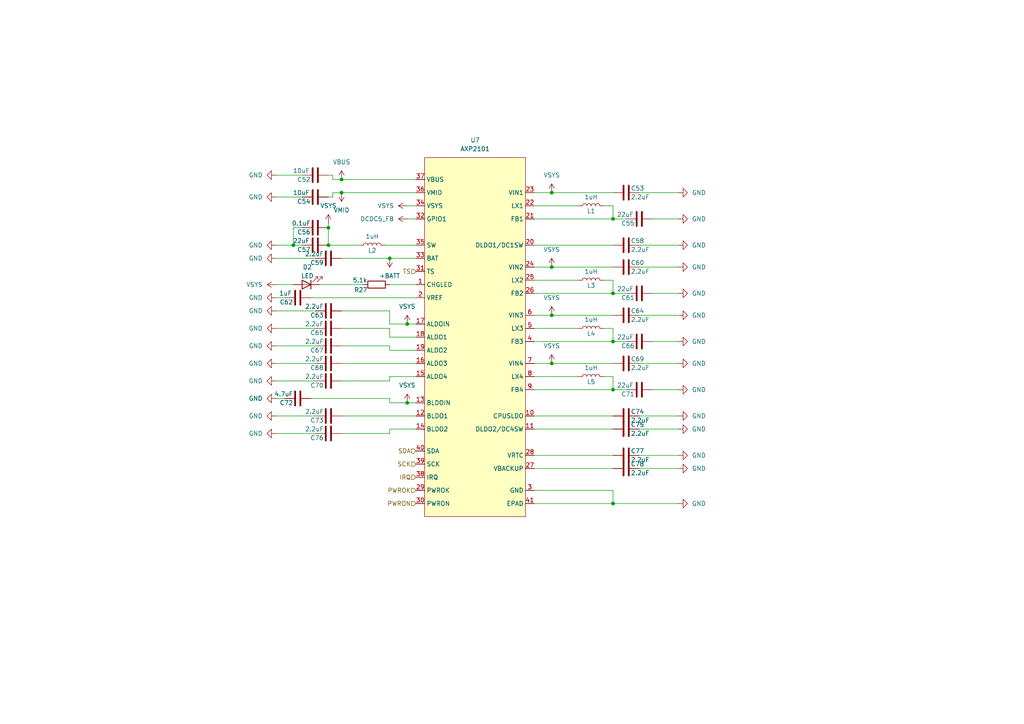
<source format=kicad_sch>
(kicad_sch (version 20231120) (generator "eeschema") (generator_version "8.0")
  (paper "A4")
  (title_block (title "AXP2101 电源管理") (date "2024-03-24") (rev "A") (company "TheBadZhang") (comment 2 "使用AXP2101可以对USB供电，电池供电进行管理，且输出多种电压，方便复杂系统统一电源管理"))
  (lib_symbols
    (symbol "Device:C" (pin_numbers hide) (pin_names (offset 0.254))
      (property "Reference" "C" (at 0.635 2.54 0))
      (property "Value" "C" (at 0.635 -2.54 0))
      (symbol "C_0_1"
        (polyline (pts (xy -2.032 -0.762) (xy 2.032 -0.762)) (stroke (width 0.508)))
        (polyline (pts (xy -2.032 0.762) (xy 2.032 0.762)) (stroke (width 0.508)))
      )
      (symbol "C_1_1"
        (pin passive line (at 0 3.81 270) (length 2.794) (name "~") (number "1"))
        (pin passive line (at 0 -3.81 90) (length 2.794) (name "~") (number "2"))
      )
    )
    (symbol "Device:L" (pin_numbers hide) (pin_names (offset 1.016) hide)
      (property "Reference" "L" (at -1.27 0 90))
      (property "Value" "L" (at 1.905 0 90))
      (symbol "L_0_1"
        (arc (start 0 -2.54) (mid 0.6323 -1.905) (end 0 -1.27))
        (arc (start 0 -1.27) (mid 0.6323 -0.635) (end 0 0))
        (arc (start 0 0) (mid 0.6323 0.635) (end 0 1.27))
        (arc (start 0 1.27) (mid 0.6323 1.905) (end 0 2.54))
      )
      (symbol "L_1_1"
        (pin passive line (at 0 3.81 270) (length 1.27) (name "1") (number "1"))
        (pin passive line (at 0 -3.81 90) (length 1.27) (name "2") (number "2"))
      )
    )
    (symbol "Device:LED" (pin_numbers hide) (pin_names (offset 1.016) hide)
      (property "Reference" "D" (at 0 2.54 0))
      (property "Value" "LED" (at 0 -2.54 0))
      (symbol "LED_0_1"
        (polyline (pts (xy -1.27 -1.27) (xy -1.27 1.27)) (stroke (width 0.254)))
        (polyline (pts (xy -1.27 0) (xy 1.27 0)))
        (polyline (pts (xy 1.27 -1.27) (xy 1.27 1.27) (xy -1.27 0) (xy 1.27 -1.27)) (stroke (width 0.254)))
        (polyline (pts (xy -3.048 -0.762) (xy -4.572 -2.286) (xy -3.81 -2.286) (xy -4.572 -2.286) (xy -4.572 -1.524)))
        (polyline (pts (xy -1.778 -0.762) (xy -3.302 -2.286) (xy -2.54 -2.286) (xy -3.302 -2.286) (xy -3.302 -1.524)))
      )
      (symbol "LED_1_1"
        (pin passive line (at -3.81 0 0) (length 2.54) (name "K") (number "1"))
        (pin passive line (at 3.81 0 180) (length 2.54) (name "A") (number "2"))
      )
    )
    (symbol "Device:R" (pin_numbers hide) (pin_names (offset 0))
      (property "Reference" "R" (at 2.032 0 90))
      (property "Value" "R" (at 0 0 90))
      (symbol "R_0_1"
        (rectangle (start -1.016 -2.54) (end 1.016 2.54) (stroke (width 0.254)))
      )
      (symbol "R_1_1"
        (pin passive line (at 0 3.81 270) (length 1.27) (name "~") (number "1"))
        (pin passive line (at 0 -3.81 90) (length 1.27) (name "~") (number "2"))
      )
    )
    (symbol "my_chips:AXP2101"
      (property "Reference" "U" (at 5.842 35.814 0))
      (property "Value" "AXP2101" (at -1.016 35.814 0))
      (symbol "AXP2101_1_1"
        (rectangle (start -15.24 33.02) (end 13.97 -71.12) (fill (type background)))
        (pin input line (at -17.78 -3.81 0) (length 2.54) (name "CHGLED") (number "1"))
        (pin input line (at 16.51 -41.91 180) (length 2.54) (name "CPUSLDO") (number "10"))
        (pin input line (at 16.51 -45.72 180) (length 2.54) (name "DLDO2/DC4SW") (number "11"))
        (pin input line (at -17.78 -41.91 0) (length 2.54) (name "BLDO1") (number "12"))
        (pin input line (at -17.78 -38.1 0) (length 2.54) (name "BLDOIN") (number "13"))
        (pin input line (at -17.78 -45.72 0) (length 2.54) (name "BLDO2") (number "14"))
        (pin input line (at -17.78 -30.48 0) (length 2.54) (name "ALDO4") (number "15"))
        (pin input line (at -17.78 -26.67 0) (length 2.54) (name "ALDO3") (number "16"))
        (pin input line (at -17.78 -15.24 0) (length 2.54) (name "ALDOIN") (number "17"))
        (pin input line (at -17.78 -19.05 0) (length 2.54) (name "ALDO1") (number "18"))
        (pin input line (at -17.78 -22.86 0) (length 2.54) (name "ALDO2") (number "19"))
        (pin input line (at -17.78 -7.62 0) (length 2.54) (name "VREF") (number "2"))
        (pin input line (at 16.51 7.62 180) (length 2.54) (name "DLDO1/DC1SW") (number "20"))
        (pin input line (at 16.51 15.24 180) (length 2.54) (name "FB1") (number "21"))
        (pin input line (at 16.51 19.05 180) (length 2.54) (name "LX1") (number "22"))
        (pin input line (at 16.51 22.86 180) (length 2.54) (name "VIN1") (number "23"))
        (pin input line (at 16.51 1.27 180) (length 2.54) (name "VIN2") (number "24"))
        (pin input line (at 16.51 -2.54 180) (length 2.54) (name "LX2") (number "25"))
        (pin input line (at 16.51 -6.35 180) (length 2.54) (name "FB2") (number "26"))
        (pin input line (at 16.51 -57.15 180) (length 2.54) (name "VBACKUP") (number "27"))
        (pin input line (at 16.51 -53.34 180) (length 2.54) (name "VRTC") (number "28"))
        (pin input line (at -17.78 -63.5 0) (length 2.54) (name "PWROK") (number "29"))
        (pin input line (at 16.51 -63.5 180) (length 2.54) (name "GND") (number "3"))
        (pin input line (at -17.78 -67.31 0) (length 2.54) (name "PWRON") (number "30"))
        (pin input line (at -17.78 0 0) (length 2.54) (name "TS") (number "31"))
        (pin input line (at -17.78 15.24 0) (length 2.54) (name "GPIO1") (number "32"))
        (pin input line (at -17.78 3.81 0) (length 2.54) (name "BAT") (number "33"))
        (pin input line (at -17.78 19.05 0) (length 2.54) (name "VSYS") (number "34"))
        (pin input line (at -17.78 7.62 0) (length 2.54) (name "SW") (number "35"))
        (pin input line (at -17.78 22.86 0) (length 2.54) (name "VMID") (number "36"))
        (pin input line (at -17.78 26.67 0) (length 2.54) (name "VBUS") (number "37"))
        (pin input line (at -17.78 -59.69 0) (length 2.54) (name "IRQ") (number "38"))
        (pin input line (at -17.78 -55.88 0) (length 2.54) (name "SCK") (number "39"))
        (pin input line (at 16.51 -20.32 180) (length 2.54) (name "FB3") (number "4"))
        (pin input line (at -17.78 -52.07 0) (length 2.54) (name "SDA") (number "40"))
        (pin input line (at 16.51 -67.31 180) (length 2.54) (name "EPAD") (number "41"))
        (pin input line (at 16.51 -16.51 180) (length 2.54) (name "LX3") (number "5"))
        (pin input line (at 16.51 -12.7 180) (length 2.54) (name "VIN3") (number "6"))
        (pin input line (at 16.51 -26.67 180) (length 2.54) (name "VIN4") (number "7"))
        (pin input line (at 16.51 -30.48 180) (length 2.54) (name "LX4") (number "8"))
        (pin input line (at 16.51 -34.29 180) (length 2.54) (name "FB4") (number "9"))
      )
    )
    (symbol "power:+BATT" (power) (pin_numbers hide) (pin_names (offset 0) hide)
      (property "Value" "+BATT" (at 0 3.556 0))
      (symbol "+BATT_0_1"
        (polyline (pts (xy -0.762 1.27) (xy 0 2.54)))
        (polyline (pts (xy 0 0) (xy 0 2.54)))
        (polyline (pts (xy 0 2.54) (xy 0.762 1.27)))
      )
      (symbol "+BATT_1_1"
        (pin power_in line (at 0 0 90) (length 0) (name "~") (number "1"))
      )
    )
    (symbol "power:GND" (power) (pin_numbers hide) (pin_names (offset 0) hide)
      (property "Value" "GND" (at 0 -3.81 0))
      (symbol "GND_0_1"
        (polyline (pts (xy 0 0) (xy 0 -1.27) (xy 1.27 -1.27) (xy 0 -2.54) (xy -1.27 -1.27) (xy 0 -1.27)))
      )
      (symbol "GND_1_1"
        (pin power_in line (at 0 0 270) (length 0) (name "~") (number "1"))
      )
    )
    (symbol "power:VBUS" (power) (pin_numbers hide) (pin_names (offset 0) hide)
      (property "Value" "VBUS" (at 0 3.556 0))
      (symbol "VBUS_0_1"
        (polyline (pts (xy -0.762 1.27) (xy 0 2.54)))
        (polyline (pts (xy 0 0) (xy 0 2.54)))
        (polyline (pts (xy 0 2.54) (xy 0.762 1.27)))
      )
      (symbol "VBUS_1_1"
        (pin power_in line (at 0 0 90) (length 0) (name "~") (number "1"))
      )
    )
    (symbol "power:VDD" (power) (pin_numbers hide) (pin_names (offset 0) hide)
      (property "Value" "VDD" (at 0 3.556 0))
      (symbol "VDD_0_1"
        (polyline (pts (xy -0.762 1.27) (xy 0 2.54)))
        (polyline (pts (xy 0 0) (xy 0 2.54)))
        (polyline (pts (xy 0 2.54) (xy 0.762 1.27)))
      )
      (symbol "VDD_1_1"
        (pin power_in line (at 0 0 90) (length 0) (name "~") (number "1"))
      )
    )
  )
  (junction (at 85.09 71.12))
  (junction (at 118.11 93.98))
  (junction (at 118.11 116.84))
  (junction (at 99.06 52.07))
  (junction (at 177.8 146.05))
  (junction (at 177.8 63.5))
  (junction (at 177.8 99.06))
  (junction (at 160.02 105.41))
  (junction (at 160.02 91.44))
  (junction (at 177.8 113.03))
  (junction (at 177.8 85.09))
  (junction (at 160.02 55.88))
  (junction (at 160.02 77.47))
  (junction (at 95.25 71.12))
  (junction (at 99.06 55.88))
  (junction (at 113.03 74.93))
  (junction (at 95.25 66.04))
  (wire (pts (xy 80.01 71.12) (xy 85.09 71.12)))
  (wire (pts (xy 185.42 71.12) (xy 196.85 71.12)))
  (wire (pts (xy 113.03 93.98) (xy 118.11 93.98)))
  (wire (pts (xy 113.03 109.22) (xy 120.65 109.22)))
  (wire (pts (xy 154.94 146.05) (xy 177.8 146.05)))
  (wire (pts (xy 154.94 71.12) (xy 177.8 71.12)))
  (wire (pts (xy 99.06 55.88) (xy 120.65 55.88)))
  (wire (pts (xy 118.11 93.98) (xy 120.65 93.98)))
  (wire (pts (xy 91.44 100.33) (xy 80.01 100.33)))
  (wire (pts (xy 154.94 105.41) (xy 160.02 105.41)))
  (wire (pts (xy 92.71 82.55) (xy 105.41 82.55)))
  (wire (pts (xy 154.94 85.09) (xy 177.8 85.09)))
  (wire (pts (xy 160.02 55.88) (xy 177.8 55.88)))
  (wire (pts (xy 80.01 50.8) (xy 87.63 50.8)))
  (wire (pts (xy 113.03 97.79) (xy 120.65 97.79)))
  (wire (pts (xy 185.42 132.08) (xy 196.85 132.08)))
  (wire (pts (xy 154.94 59.69) (xy 167.64 59.69)))
  (wire (pts (xy 95.25 64.77) (xy 95.25 66.04)))
  (wire (pts (xy 185.42 135.89) (xy 196.85 135.89)))
  (wire (pts (xy 80.01 86.36) (xy 82.55 86.36)))
  (wire (pts (xy 175.26 109.22) (xy 177.8 109.22)))
  (wire (pts (xy 177.8 63.5) (xy 181.61 63.5)))
  (wire (pts (xy 82.55 115.57) (xy 80.01 115.57)))
  (wire (pts (xy 91.44 120.65) (xy 80.01 120.65)))
  (wire (pts (xy 85.09 66.04) (xy 85.09 71.12)))
  (wire (pts (xy 113.03 125.73) (xy 113.03 124.46)))
  (wire (pts (xy 95.25 50.8) (xy 96.52 50.8)))
  (wire (pts (xy 177.8 146.05) (xy 196.85 146.05)))
  (wire (pts (xy 80.01 82.55) (xy 85.09 82.55)))
  (wire (pts (xy 189.23 99.06) (xy 196.85 99.06)))
  (wire (pts (xy 95.25 57.15) (xy 96.52 57.15)))
  (wire (pts (xy 99.06 100.33) (xy 113.03 100.33)))
  (wire (pts (xy 99.06 125.73) (xy 113.03 125.73)))
  (wire (pts (xy 185.42 77.47) (xy 196.85 77.47)))
  (wire (pts (xy 91.44 110.49) (xy 80.01 110.49)))
  (wire (pts (xy 113.03 95.25) (xy 113.03 97.79)))
  (wire (pts (xy 185.42 105.41) (xy 196.85 105.41)))
  (wire (pts (xy 175.26 95.25) (xy 177.8 95.25)))
  (wire (pts (xy 113.03 101.6) (xy 120.65 101.6)))
  (wire (pts (xy 154.94 120.65) (xy 177.8 120.65)))
  (wire (pts (xy 80.01 57.15) (xy 87.63 57.15)))
  (wire (pts (xy 91.44 90.17) (xy 80.01 90.17)))
  (wire (pts (xy 99.06 95.25) (xy 113.03 95.25)))
  (wire (pts (xy 154.94 135.89) (xy 177.8 135.89)))
  (wire (pts (xy 90.17 115.57) (xy 113.03 115.57)))
  (wire (pts (xy 177.8 95.25) (xy 177.8 99.06)))
  (wire (pts (xy 154.94 142.24) (xy 177.8 142.24)))
  (wire (pts (xy 113.03 110.49) (xy 113.03 109.22)))
  (wire (pts (xy 99.06 105.41) (xy 120.65 105.41)))
  (wire (pts (xy 95.25 71.12) (xy 104.14 71.12)))
  (wire (pts (xy 113.03 82.55) (xy 120.65 82.55)))
  (wire (pts (xy 177.8 59.69) (xy 177.8 63.5)))
  (wire (pts (xy 118.11 59.69) (xy 120.65 59.69)))
  (wire (pts (xy 113.03 100.33) (xy 113.03 101.6)))
  (wire (pts (xy 154.94 99.06) (xy 177.8 99.06)))
  (wire (pts (xy 154.94 95.25) (xy 167.64 95.25)))
  (wire (pts (xy 113.03 74.93) (xy 120.65 74.93)))
  (wire (pts (xy 175.26 81.28) (xy 177.8 81.28)))
  (wire (pts (xy 99.06 52.07) (xy 120.65 52.07)))
  (wire (pts (xy 154.94 77.47) (xy 160.02 77.47)))
  (wire (pts (xy 177.8 99.06) (xy 181.61 99.06)))
  (wire (pts (xy 185.42 120.65) (xy 196.85 120.65)))
  (wire (pts (xy 154.94 109.22) (xy 167.64 109.22)))
  (wire (pts (xy 185.42 124.46) (xy 196.85 124.46)))
  (wire (pts (xy 91.44 105.41) (xy 80.01 105.41)))
  (wire (pts (xy 189.23 113.03) (xy 196.85 113.03)))
  (wire (pts (xy 154.94 63.5) (xy 177.8 63.5)))
  (wire (pts (xy 113.03 115.57) (xy 113.03 116.84)))
  (wire (pts (xy 113.03 90.17) (xy 113.03 93.98)))
  (wire (pts (xy 177.8 113.03) (xy 181.61 113.03)))
  (wire (pts (xy 160.02 105.41) (xy 177.8 105.41)))
  (wire (pts (xy 154.94 132.08) (xy 177.8 132.08)))
  (wire (pts (xy 154.94 91.44) (xy 160.02 91.44)))
  (wire (pts (xy 177.8 109.22) (xy 177.8 113.03)))
  (wire (pts (xy 99.06 74.93) (xy 113.03 74.93)))
  (wire (pts (xy 99.06 110.49) (xy 113.03 110.49)))
  (wire (pts (xy 96.52 50.8) (xy 96.52 52.07)))
  (wire (pts (xy 160.02 77.47) (xy 177.8 77.47)))
  (wire (pts (xy 175.26 59.69) (xy 177.8 59.69)))
  (wire (pts (xy 160.02 91.44) (xy 177.8 91.44)))
  (wire (pts (xy 154.94 55.88) (xy 160.02 55.88)))
  (wire (pts (xy 80.01 74.93) (xy 91.44 74.93)))
  (wire (pts (xy 177.8 85.09) (xy 181.61 85.09)))
  (wire (pts (xy 99.06 90.17) (xy 113.03 90.17)))
  (wire (pts (xy 99.06 120.65) (xy 120.65 120.65)))
  (wire (pts (xy 154.94 113.03) (xy 177.8 113.03)))
  (wire (pts (xy 113.03 116.84) (xy 118.11 116.84)))
  (wire (pts (xy 189.23 85.09) (xy 196.85 85.09)))
  (wire (pts (xy 177.8 81.28) (xy 177.8 85.09)))
  (wire (pts (xy 118.11 63.5) (xy 120.65 63.5)))
  (wire (pts (xy 118.11 116.84) (xy 120.65 116.84)))
  (wire (pts (xy 95.25 66.04) (xy 95.25 71.12)))
  (wire (pts (xy 90.17 86.36) (xy 120.65 86.36)))
  (wire (pts (xy 177.8 142.24) (xy 177.8 146.05)))
  (wire (pts (xy 113.03 124.46) (xy 120.65 124.46)))
  (wire (pts (xy 185.42 91.44) (xy 196.85 91.44)))
  (wire (pts (xy 185.42 55.88) (xy 196.85 55.88)))
  (wire (pts (xy 85.09 71.12) (xy 87.63 71.12)))
  (wire (pts (xy 154.94 124.46) (xy 177.8 124.46)))
  (wire (pts (xy 154.94 81.28) (xy 167.64 81.28)))
  (wire (pts (xy 91.44 95.25) (xy 80.01 95.25)))
  (wire (pts (xy 91.44 125.73) (xy 80.01 125.73)))
  (wire (pts (xy 111.76 71.12) (xy 120.65 71.12)))
  (wire (pts (xy 189.23 63.5) (xy 196.85 63.5)))
  (wire (pts (xy 96.52 55.88) (xy 99.06 55.88)))
  (wire (pts (xy 96.52 57.15) (xy 96.52 55.88)))
  (wire (pts (xy 87.63 66.04) (xy 85.09 66.04)))
  (wire (pts (xy 96.52 52.07) (xy 99.06 52.07)))
  (hierarchical_label "PWROK" (shape input) (at 120.65 142.24 180))
  (hierarchical_label "SCK" (shape input) (at 120.65 134.62 180))
  (hierarchical_label "TS" (shape input) (at 120.65 78.74 180))
  (hierarchical_label "IRQ" (shape input) (at 120.65 138.43 180))
  (hierarchical_label "PWRON" (shape input) (at 120.65 146.05 180))
  (hierarchical_label "SDA" (shape input) (at 120.65 130.81 180))
  (symbol (lib_id "power:VDD") (at 118.11 59.69 90) (unit 1)
    (property "Reference" "#PWR070" (effects (hide yes)))
    (property "Value" "VSYS" (at 114.3 59.6899 90) (effects (justify left)))
    (property "Description" "Power symbol creates a global label with name \"VDD\"" (effects (hide yes)))
  )
  (symbol (lib_id "Device:C") (at 86.36 115.57 270) (unit 1)
    (property "Reference" "C72" (at 83.058 116.84 90))
    (property "Value" "4.7uF" (at 82.296 114.3 90))
    (property "Description" "Unpolarized capacitor" (effects (hide yes)))
  )
  (symbol (lib_id "Device:C") (at 181.61 135.89 90) (unit 1)
    (property "Reference" "C78" (at 184.912 134.62 90))
    (property "Value" "2.2uF" (at 185.674 137.16 90))
    (property "Description" "Unpolarized capacitor" (effects (hide yes)))
  )
  (symbol (lib_id "power:VDD") (at 160.02 55.88 0) (unit 1)
    (property "Reference" "#PWR067" (effects (hide yes)))
    (property "Value" "VSYS" (at 160.02 50.8 0))
    (property "Description" "Power symbol creates a global label with name \"VDD\"" (effects (hide yes)))
  )
  (symbol (lib_id "power:GND") (at 80.01 110.49 270) (unit 1)
    (property "Reference" "#PWR093" (effects (hide yes)))
    (property "Value" "GND" (at 76.2 110.4899 90) (effects (justify right)))
    (property "Description" "Power symbol creates a global label with name \"GND\" , ground" (effects (hide yes)))
  )
  (symbol (lib_id "power:GND") (at 80.01 115.57 270) (unit 1)
    (property "Reference" "#PWR095" (effects (hide yes)))
    (property "Value" "GND" (at 76.2 115.5699 90) (effects (justify right)))
    (property "Description" "Power symbol creates a global label with name \"GND\" , ground" (effects (hide yes)))
  )
  (symbol (lib_id "power:VDD") (at 160.02 105.41 0) (unit 1)
    (property "Reference" "#PWR091" (effects (hide yes)))
    (property "Value" "VSYS" (at 160.02 100.33 0))
    (property "Description" "Power symbol creates a global label with name \"VDD\"" (effects (hide yes)))
  )
  (symbol (lib_id "Device:L") (at 171.45 95.25 90) (unit 1)
    (property "Reference" "L4" (at 171.45 96.774 90))
    (property "Value" "1uH" (at 171.45 92.71 90))
    (property "Description" "Inductor" (effects (hide yes)))
  )
  (symbol (lib_id "Device:C") (at 181.61 71.12 90) (unit 1)
    (property "Reference" "C58" (at 184.912 69.85 90))
    (property "Value" "2.2uF" (at 185.674 72.39 90))
    (property "Description" "Unpolarized capacitor" (effects (hide yes)))
  )
  (symbol (lib_id "power:GND") (at 196.85 91.44 90) (unit 1)
    (property "Reference" "#PWR085" (effects (hide yes)))
    (property "Value" "GND" (at 200.66 91.4399 90) (effects (justify right)))
    (property "Description" "Power symbol creates a global label with name \"GND\" , ground" (effects (hide yes)))
  )
  (symbol (lib_id "Device:C") (at 95.25 100.33 270) (unit 1)
    (property "Reference" "C67" (at 91.948 101.6 90))
    (property "Value" "2.2uF" (at 91.186 99.06 90))
    (property "Description" "Unpolarized capacitor" (effects (hide yes)))
  )
  (symbol (lib_id "Device:C") (at 181.61 77.47 90) (unit 1)
    (property "Reference" "C60" (at 184.912 76.2 90))
    (property "Value" "2.2uF" (at 185.674 78.74 90))
    (property "Description" "Unpolarized capacitor" (effects (hide yes)))
  )
  (symbol (lib_id "Device:C") (at 95.25 95.25 270) (unit 1)
    (property "Reference" "C65" (at 91.948 96.52 90))
    (property "Value" "2.2uF" (at 91.186 93.98 90))
    (property "Description" "Unpolarized capacitor" (effects (hide yes)))
  )
  (symbol (lib_id "power:VDD") (at 99.06 55.88 180) (unit 1)
    (property "Reference" "#PWR066" (effects (hide yes)))
    (property "Value" "VMID" (at 99.06 60.96 0))
    (property "Description" "Power symbol creates a global label with name \"VDD\"" (effects (hide yes)))
  )
  (symbol (lib_id "Device:C") (at 95.25 110.49 270) (unit 1)
    (property "Reference" "C70" (at 91.948 111.76 90))
    (property "Value" "2.2uF" (at 91.186 109.22 90))
    (property "Description" "Unpolarized capacitor" (effects (hide yes)))
  )
  (symbol (lib_id "power:GND") (at 196.85 63.5 90) (unit 1)
    (property "Reference" "#PWR072" (effects (hide yes)))
    (property "Value" "GND" (at 200.66 63.4999 90) (effects (justify right)))
    (property "Description" "Power symbol creates a global label with name \"GND\" , ground" (effects (hide yes)))
  )
  (symbol (lib_id "power:GND") (at 196.85 105.41 90) (unit 1)
    (property "Reference" "#PWR092" (effects (hide yes)))
    (property "Value" "GND" (at 200.66 105.4099 90) (effects (justify right)))
    (property "Description" "Power symbol creates a global label with name \"GND\" , ground" (effects (hide yes)))
  )
  (symbol (lib_id "Device:C") (at 181.61 105.41 90) (unit 1)
    (property "Reference" "C69" (at 184.912 104.14 90))
    (property "Value" "2.2uF" (at 185.674 106.68 90))
    (property "Description" "Unpolarized capacitor" (effects (hide yes)))
  )
  (symbol (lib_id "Device:L") (at 171.45 109.22 90) (unit 1)
    (property "Reference" "L5" (at 171.45 110.744 90))
    (property "Value" "1uH" (at 171.45 106.68 90))
    (property "Description" "Inductor" (effects (hide yes)))
  )
  (symbol (lib_id "Device:C") (at 91.44 66.04 270) (unit 1)
    (property "Reference" "C56" (at 88.138 67.31 90))
    (property "Value" "0.1uF" (at 87.376 64.77 90))
    (property "Description" "Unpolarized capacitor" (effects (hide yes)))
  )
  (symbol (lib_id "Device:C") (at 181.61 55.88 90) (unit 1)
    (property "Reference" "C53" (at 184.912 54.61 90))
    (property "Value" "2.2uF" (at 185.674 57.15 90))
    (property "Description" "Unpolarized capacitor" (effects (hide yes)))
  )
  (symbol (lib_id "power:VDD") (at 95.25 64.77 0) (unit 1)
    (property "Reference" "#PWR073" (effects (hide yes)))
    (property "Value" "VSYS" (at 95.25 59.69 0))
    (property "Description" "Power symbol creates a global label with name \"VDD\"" (effects (hide yes)))
  )
  (symbol (lib_id "Device:C") (at 95.25 125.73 270) (unit 1)
    (property "Reference" "C76" (at 91.948 127 90))
    (property "Value" "2.2uF" (at 91.186 124.46 90))
    (property "Description" "Unpolarized capacitor" (effects (hide yes)))
  )
  (symbol (lib_id "Device:C") (at 185.42 63.5 270) (unit 1)
    (property "Reference" "C55" (at 182.118 64.77 90))
    (property "Value" "22uF" (at 181.356 62.23 90))
    (property "Description" "Unpolarized capacitor" (effects (hide yes)))
  )
  (symbol (lib_id "Device:C") (at 181.61 120.65 90) (unit 1)
    (property "Reference" "C74" (at 184.912 119.38 90))
    (property "Value" "2.2uF" (at 185.674 121.92 90))
    (property "Description" "Unpolarized capacitor" (effects (hide yes)))
  )
  (symbol (lib_id "Device:C") (at 91.44 50.8 270) (unit 1)
    (property "Reference" "C52" (at 88.138 52.07 90))
    (property "Value" "10uF" (at 87.376 49.53 90))
    (property "Description" "Unpolarized capacitor" (effects (hide yes)))
  )
  (symbol (lib_id "power:GND") (at 196.85 99.06 90) (unit 1)
    (property "Reference" "#PWR088" (effects (hide yes)))
    (property "Value" "GND" (at 200.66 99.0599 90) (effects (justify right)))
    (property "Description" "Power symbol creates a global label with name \"GND\" , ground" (effects (hide yes)))
  )
  (symbol (lib_id "power:GND") (at 196.85 135.89 90) (unit 1)
    (property "Reference" "#PWR0102" (effects (hide yes)))
    (property "Value" "GND" (at 200.66 135.8899 90) (effects (justify right)))
    (property "Description" "Power symbol creates a global label with name \"GND\" , ground" (effects (hide yes)))
  )
  (symbol (lib_id "power:GND") (at 80.01 125.73 270) (unit 1)
    (property "Reference" "#PWR0100" (effects (hide yes)))
    (property "Value" "GND" (at 76.2 125.7299 90) (effects (justify right)))
    (property "Description" "Power symbol creates a global label with name \"GND\" , ground" (effects (hide yes)))
  )
  (symbol (lib_id "Device:C") (at 95.25 74.93 270) (unit 1)
    (property "Reference" "C59" (at 91.948 76.2 90))
    (property "Value" "2.2uF" (at 91.186 73.66 90))
    (property "Description" "Unpolarized capacitor" (effects (hide yes)))
  )
  (symbol (lib_id "power:VBUS") (at 99.06 52.07 0) (unit 1)
    (property "Reference" "#PWR065" (effects (hide yes)))
    (property "Value" "VBUS" (at 99.06 46.99 0))
    (property "Description" "Power symbol creates a global label with name \"VBUS\"" (effects (hide yes)))
  )
  (symbol (lib_id "power:GND") (at 80.01 86.36 270) (unit 1)
    (property "Reference" "#PWR082" (effects (hide yes)))
    (property "Value" "GND" (at 76.2 86.3599 90) (effects (justify right)))
    (property "Description" "Power symbol creates a global label with name \"GND\" , ground" (effects (hide yes)))
  )
  (symbol (lib_id "power:GND") (at 196.85 113.03 90) (unit 1)
    (property "Reference" "#PWR094" (effects (hide yes)))
    (property "Value" "GND" (at 200.66 113.0299 90) (effects (justify right)))
    (property "Description" "Power symbol creates a global label with name \"GND\" , ground" (effects (hide yes)))
  )
  (symbol (lib_id "power:GND") (at 196.85 146.05 90) (unit 1)
    (property "Reference" "#PWR0103" (effects (hide yes)))
    (property "Value" "GND" (at 200.66 146.0499 90) (effects (justify right)))
    (property "Description" "Power symbol creates a global label with name \"GND\" , ground" (effects (hide yes)))
  )
  (symbol (lib_id "power:GND") (at 80.01 74.93 270) (unit 1)
    (property "Reference" "#PWR076" (effects (hide yes)))
    (property "Value" "GND" (at 76.2 74.9299 90) (effects (justify right)))
    (property "Description" "Power symbol creates a global label with name \"GND\" , ground" (effects (hide yes)))
  )
  (symbol (lib_id "power:GND") (at 80.01 100.33 270) (unit 1)
    (property "Reference" "#PWR089" (effects (hide yes)))
    (property "Value" "GND" (at 76.2 100.3299 90) (effects (justify right)))
    (property "Description" "Power symbol creates a global label with name \"GND\" , ground" (effects (hide yes)))
  )
  (symbol (lib_id "power:GND") (at 80.01 57.15 270) (unit 1)
    (property "Reference" "#PWR069" (effects (hide yes)))
    (property "Value" "GND" (at 76.2 57.1499 90) (effects (justify right)))
    (property "Description" "Power symbol creates a global label with name \"GND\" , ground" (effects (hide yes)))
  )
  (symbol (lib_id "Device:LED") (at 88.9 82.55 180) (unit 1)
    (property "Reference" "D2" (at 89.154 77.47 0))
    (property "Value" "LED" (at 89.154 80.01 0))
    (property "Footprint" "LED_SMD:LED_ASMB-KTF0-0A306" (effects (hide yes)))
    (property "Description" "Light emitting diode" (effects (hide yes)))
  )
  (symbol (lib_id "Device:C") (at 181.61 124.46 90) (unit 1)
    (property "Reference" "C75" (at 184.912 123.19 90))
    (property "Value" "2.2uF" (at 185.674 125.73 90))
    (property "Description" "Unpolarized capacitor" (effects (hide yes)))
  )
  (symbol (lib_id "power:VDD") (at 160.02 91.44 0) (unit 1)
    (property "Reference" "#PWR084" (effects (hide yes)))
    (property "Value" "VSYS" (at 160.02 86.36 0))
    (property "Description" "Power symbol creates a global label with name \"VDD\"" (effects (hide yes)))
  )
  (symbol (lib_id "my_chips:AXP2101") (at 138.43 78.74 0) (unit 1)
    (property "Reference" "U7" (at 137.795 40.64 0))
    (property "Value" "AXP2101" (at 137.795 43.18 0))
    (property "Footprint" "Package_DFN_QFN:QFN-40-1EP_5x5mm_P0.4mm_EP3.6x3.6mm_ThermalVias" (effects (hide yes)))
  )
  (symbol (lib_id "Device:C") (at 95.25 105.41 270) (unit 1)
    (property "Reference" "C68" (at 91.948 106.68 90))
    (property "Value" "2.2uF" (at 91.186 104.14 90))
    (property "Description" "Unpolarized capacitor" (effects (hide yes)))
  )
  (symbol (lib_id "power:GND") (at 196.85 77.47 90) (unit 1)
    (property "Reference" "#PWR079" (effects (hide yes)))
    (property "Value" "GND" (at 200.66 77.4699 90) (effects (justify right)))
    (property "Description" "Power symbol creates a global label with name \"GND\" , ground" (effects (hide yes)))
  )
  (symbol (lib_id "power:GND") (at 80.01 50.8 270) (unit 1)
    (property "Reference" "#PWR064" (effects (hide yes)))
    (property "Value" "GND" (at 76.2 50.7999 90) (effects (justify right)))
    (property "Description" "Power symbol creates a global label with name \"GND\" , ground" (effects (hide yes)))
  )
  (symbol (lib_id "power:GND") (at 196.85 55.88 90) (unit 1)
    (property "Reference" "#PWR068" (effects (hide yes)))
    (property "Value" "GND" (at 200.66 55.8799 90) (effects (justify right)))
    (property "Description" "Power symbol creates a global label with name \"GND\" , ground" (effects (hide yes)))
  )
  (symbol (lib_id "Device:C") (at 185.42 113.03 270) (unit 1)
    (property "Reference" "C71" (at 182.118 114.3 90))
    (property "Value" "22uF" (at 181.356 111.76 90))
    (property "Description" "Unpolarized capacitor" (effects (hide yes)))
  )
  (symbol (lib_id "Device:C") (at 181.61 91.44 90) (unit 1)
    (property "Reference" "C64" (at 184.912 90.17 90))
    (property "Value" "2.2uF" (at 185.674 92.71 90))
    (property "Description" "Unpolarized capacitor" (effects (hide yes)))
  )
  (symbol (lib_id "Device:C") (at 185.42 99.06 270) (unit 1)
    (property "Reference" "C66" (at 182.118 100.33 90))
    (property "Value" "22uF" (at 181.356 97.79 90))
    (property "Description" "Unpolarized capacitor" (effects (hide yes)))
  )
  (symbol (lib_id "power:GND") (at 80.01 120.65 270) (unit 1)
    (property "Reference" "#PWR097" (effects (hide yes)))
    (property "Value" "GND" (at 76.2 120.6499 90) (effects (justify right)))
    (property "Description" "Power symbol creates a global label with name \"GND\" , ground" (effects (hide yes)))
  )
  (symbol (lib_id "Device:C") (at 95.25 90.17 270) (unit 1)
    (property "Reference" "C63" (at 91.948 91.44 90))
    (property "Value" "2.2uF" (at 91.186 88.9 90))
    (property "Description" "Unpolarized capacitor" (effects (hide yes)))
  )
  (symbol (lib_id "power:GND") (at 196.85 85.09 90) (unit 1)
    (property "Reference" "#PWR081" (effects (hide yes)))
    (property "Value" "GND" (at 200.66 85.0899 90) (effects (justify right)))
    (property "Description" "Power symbol creates a global label with name \"GND\" , ground" (effects (hide yes)))
  )
  (symbol (lib_id "Device:C") (at 91.44 57.15 270) (unit 1)
    (property "Reference" "C54" (at 88.138 58.42 90))
    (property "Value" "10uF" (at 87.376 55.88 90))
    (property "Description" "Unpolarized capacitor" (effects (hide yes)))
  )
  (symbol (lib_id "power:GND") (at 196.85 124.46 90) (unit 1)
    (property "Reference" "#PWR099" (effects (hide yes)))
    (property "Value" "GND" (at 200.66 124.4599 90) (effects (justify right)))
    (property "Description" "Power symbol creates a global label with name \"GND\" , ground" (effects (hide yes)))
  )
  (symbol (lib_id "Device:C") (at 86.36 86.36 270) (unit 1)
    (property "Reference" "C62" (at 83.058 87.63 90))
    (property "Value" "1uF" (at 82.804 85.09 90))
    (property "Description" "Unpolarized capacitor" (effects (hide yes)))
  )
  (symbol (lib_id "Device:C") (at 185.42 85.09 270) (unit 1)
    (property "Reference" "C61" (at 182.118 86.36 90))
    (property "Value" "22uF" (at 181.356 83.82 90))
    (property "Description" "Unpolarized capacitor" (effects (hide yes)))
  )
  (symbol (lib_id "power:+BATT") (at 118.11 63.5 90) (unit 1)
    (property "Reference" "#PWR071" (effects (hide yes)))
    (property "Value" "DCDC5_FB" (at 114.3 63.4999 90) (effects (justify left)))
    (property "Description" "Power symbol creates a global label with name \"+BATT\"" (effects (hide yes)))
  )
  (symbol (lib_id "power:VDD") (at 80.01 82.55 90) (unit 1)
    (property "Reference" "#PWR080" (effects (hide yes)))
    (property "Value" "VSYS" (at 76.2 82.5499 90) (effects (justify left)))
    (property "Description" "Power symbol creates a global label with name \"VDD\"" (effects (hide yes)))
  )
  (symbol (lib_id "power:GND") (at 80.01 71.12 270) (unit 1)
    (property "Reference" "#PWR074" (effects (hide yes)))
    (property "Value" "GND" (at 76.2 71.1199 90) (effects (justify right)))
    (property "Description" "Power symbol creates a global label with name \"GND\" , ground" (effects (hide yes)))
  )
  (symbol (lib_id "power:GND") (at 196.85 120.65 90) (unit 1)
    (property "Reference" "#PWR098" (effects (hide yes)))
    (property "Value" "GND" (at 200.66 120.6499 90) (effects (justify right)))
    (property "Description" "Power symbol creates a global label with name \"GND\" , ground" (effects (hide yes)))
  )
  (symbol (lib_id "Device:C") (at 91.44 71.12 270) (unit 1)
    (property "Reference" "C57" (at 88.138 72.39 90))
    (property "Value" "22uF" (at 87.376 69.85 90))
    (property "Description" "Unpolarized capacitor" (effects (hide yes)))
  )
  (symbol (lib_id "Device:R") (at 109.22 82.55 90) (unit 1)
    (property "Reference" "R27" (at 104.648 84.074 90))
    (property "Value" "5.1k" (at 104.394 81.28 90))
    (property "Description" "Resistor" (effects (hide yes)))
  )
  (symbol (lib_id "Device:L") (at 171.45 59.69 90) (unit 1)
    (property "Reference" "L1" (at 171.45 61.214 90))
    (property "Value" "1uH" (at 171.45 57.15 90))
    (property "Description" "Inductor" (effects (hide yes)))
  )
  (symbol (lib_id "power:GND") (at 80.01 90.17 270) (unit 1)
    (property "Reference" "#PWR083" (effects (hide yes)))
    (property "Value" "GND" (at 76.2 90.1699 90) (effects (justify right)))
    (property "Description" "Power symbol creates a global label with name \"GND\" , ground" (effects (hide yes)))
  )
  (symbol (lib_id "power:GND") (at 80.01 105.41 270) (unit 1)
    (property "Reference" "#PWR090" (effects (hide yes)))
    (property "Value" "GND" (at 76.2 105.4099 90) (effects (justify right)))
    (property "Description" "Power symbol creates a global label with name \"GND\" , ground" (effects (hide yes)))
  )
  (symbol (lib_id "Device:C") (at 95.25 120.65 270) (unit 1)
    (property "Reference" "C73" (at 91.948 121.92 90))
    (property "Value" "2.2uF" (at 91.186 119.38 90))
    (property "Description" "Unpolarized capacitor" (effects (hide yes)))
  )
  (symbol (lib_id "power:GND") (at 196.85 71.12 90) (unit 1)
    (property "Reference" "#PWR075" (effects (hide yes)))
    (property "Value" "GND" (at 200.66 71.1199 90) (effects (justify right)))
    (property "Description" "Power symbol creates a global label with name \"GND\" , ground" (effects (hide yes)))
  )
  (symbol (lib_id "power:+BATT") (at 113.03 74.93 180) (unit 1)
    (property "Reference" "#PWR077" (effects (hide yes)))
    (property "Value" "+BATT" (at 113.03 80.01 0))
    (property "Description" "Power symbol creates a global label with name \"+BATT\"" (effects (hide yes)))
  )
  (symbol (lib_id "power:VDD") (at 160.02 77.47 0) (unit 1)
    (property "Reference" "#PWR078" (effects (hide yes)))
    (property "Value" "VSYS" (at 160.02 72.39 0))
    (property "Description" "Power symbol creates a global label with name \"VDD\"" (effects (hide yes)))
  )
  (symbol (lib_id "power:GND") (at 196.85 132.08 90) (unit 1)
    (property "Reference" "#PWR0101" (effects (hide yes)))
    (property "Value" "GND" (at 200.66 132.0799 90) (effects (justify right)))
    (property "Description" "Power symbol creates a global label with name \"GND\" , ground" (effects (hide yes)))
  )
  (symbol (lib_id "power:GND") (at 80.01 95.25 270) (unit 1)
    (property "Reference" "#PWR087" (effects (hide yes)))
    (property "Value" "GND" (at 76.2 95.2499 90) (effects (justify right)))
    (property "Description" "Power symbol creates a global label with name \"GND\" , ground" (effects (hide yes)))
  )
  (symbol (lib_id "Device:L") (at 171.45 81.28 90) (unit 1)
    (property "Reference" "L3" (at 171.45 82.804 90))
    (property "Value" "1uH" (at 171.45 78.74 90))
    (property "Description" "Inductor" (effects (hide yes)))
  )
  (symbol (lib_id "Device:L") (at 107.95 71.12 90) (unit 1)
    (property "Reference" "L2" (at 107.95 72.644 90))
    (property "Value" "1uH" (at 107.95 68.58 90))
    (property "Description" "Inductor" (effects (hide yes)))
  )
  (symbol (lib_id "Device:C") (at 181.61 132.08 90) (unit 1)
    (property "Reference" "C77" (at 184.912 130.81 90))
    (property "Value" "2.2uF" (at 185.674 133.35 90))
    (property "Description" "Unpolarized capacitor" (effects (hide yes)))
  )
  (symbol (lib_id "power:VDD") (at 118.11 93.98 0) (unit 1)
    (property "Reference" "#PWR086" (effects (hide yes)))
    (property "Value" "VSYS" (at 118.11 88.9 0))
    (property "Description" "Power symbol creates a global label with name \"VDD\"" (effects (hide yes)))
  )
  (symbol (lib_id "power:VDD") (at 118.11 116.84 0) (unit 1)
    (property "Reference" "#PWR096" (effects (hide yes)))
    (property "Value" "VSYS" (at 118.11 111.76 0))
    (property "Description" "Power symbol creates a global label with name \"VDD\"" (effects (hide yes)))
  )
)
</source>
